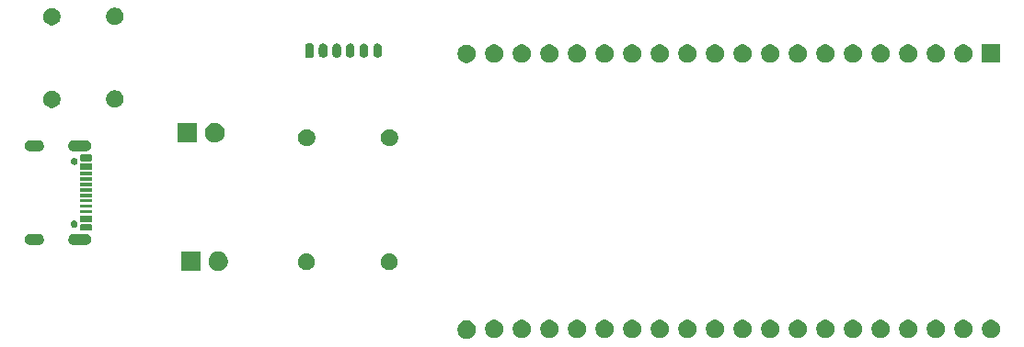
<source format=gbr>
%TF.GenerationSoftware,KiCad,Pcbnew,9.0.6-9.0.6~ubuntu24.04.1*%
%TF.CreationDate,2025-12-26T18:07:41+01:00*%
%TF.ProjectId,security-system,73656375-7269-4747-992d-73797374656d,0*%
%TF.SameCoordinates,Original*%
%TF.FileFunction,Soldermask,Top*%
%TF.FilePolarity,Negative*%
%FSLAX46Y46*%
G04 Gerber Fmt 4.6, Leading zero omitted, Abs format (unit mm)*
G04 Created by KiCad (PCBNEW 9.0.6-9.0.6~ubuntu24.04.1) date 2025-12-26 18:07:41*
%MOMM*%
%LPD*%
G01*
G04 APERTURE LIST*
G04 APERTURE END LIST*
G36*
X167916742Y-98436601D02*
G01*
X168070687Y-98500367D01*
X168209234Y-98592941D01*
X168327059Y-98710766D01*
X168419633Y-98849313D01*
X168483399Y-99003258D01*
X168515907Y-99166685D01*
X168515907Y-99333315D01*
X168483399Y-99496742D01*
X168419633Y-99650687D01*
X168327059Y-99789234D01*
X168209234Y-99907059D01*
X168070687Y-99999633D01*
X167916742Y-100063399D01*
X167753315Y-100095907D01*
X167586685Y-100095907D01*
X167423258Y-100063399D01*
X167269313Y-99999633D01*
X167130766Y-99907059D01*
X167012941Y-99789234D01*
X166920367Y-99650687D01*
X166856601Y-99496742D01*
X166824093Y-99333315D01*
X166824093Y-99166685D01*
X166856601Y-99003258D01*
X166920367Y-98849313D01*
X167012941Y-98710766D01*
X167130766Y-98592941D01*
X167269313Y-98500367D01*
X167423258Y-98436601D01*
X167586685Y-98404093D01*
X167753315Y-98404093D01*
X167916742Y-98436601D01*
G37*
G36*
X170456742Y-98386601D02*
G01*
X170610687Y-98450367D01*
X170749234Y-98542941D01*
X170867059Y-98660766D01*
X170959633Y-98799313D01*
X171023399Y-98953258D01*
X171055907Y-99116685D01*
X171055907Y-99283315D01*
X171023399Y-99446742D01*
X170959633Y-99600687D01*
X170867059Y-99739234D01*
X170749234Y-99857059D01*
X170610687Y-99949633D01*
X170456742Y-100013399D01*
X170293315Y-100045907D01*
X170126685Y-100045907D01*
X169963258Y-100013399D01*
X169809313Y-99949633D01*
X169670766Y-99857059D01*
X169552941Y-99739234D01*
X169460367Y-99600687D01*
X169396601Y-99446742D01*
X169364093Y-99283315D01*
X169364093Y-99116685D01*
X169396601Y-98953258D01*
X169460367Y-98799313D01*
X169552941Y-98660766D01*
X169670766Y-98542941D01*
X169809313Y-98450367D01*
X169963258Y-98386601D01*
X170126685Y-98354093D01*
X170293315Y-98354093D01*
X170456742Y-98386601D01*
G37*
G36*
X172996742Y-98386601D02*
G01*
X173150687Y-98450367D01*
X173289234Y-98542941D01*
X173407059Y-98660766D01*
X173499633Y-98799313D01*
X173563399Y-98953258D01*
X173595907Y-99116685D01*
X173595907Y-99283315D01*
X173563399Y-99446742D01*
X173499633Y-99600687D01*
X173407059Y-99739234D01*
X173289234Y-99857059D01*
X173150687Y-99949633D01*
X172996742Y-100013399D01*
X172833315Y-100045907D01*
X172666685Y-100045907D01*
X172503258Y-100013399D01*
X172349313Y-99949633D01*
X172210766Y-99857059D01*
X172092941Y-99739234D01*
X172000367Y-99600687D01*
X171936601Y-99446742D01*
X171904093Y-99283315D01*
X171904093Y-99116685D01*
X171936601Y-98953258D01*
X172000367Y-98799313D01*
X172092941Y-98660766D01*
X172210766Y-98542941D01*
X172349313Y-98450367D01*
X172503258Y-98386601D01*
X172666685Y-98354093D01*
X172833315Y-98354093D01*
X172996742Y-98386601D01*
G37*
G36*
X175536742Y-98386601D02*
G01*
X175690687Y-98450367D01*
X175829234Y-98542941D01*
X175947059Y-98660766D01*
X176039633Y-98799313D01*
X176103399Y-98953258D01*
X176135907Y-99116685D01*
X176135907Y-99283315D01*
X176103399Y-99446742D01*
X176039633Y-99600687D01*
X175947059Y-99739234D01*
X175829234Y-99857059D01*
X175690687Y-99949633D01*
X175536742Y-100013399D01*
X175373315Y-100045907D01*
X175206685Y-100045907D01*
X175043258Y-100013399D01*
X174889313Y-99949633D01*
X174750766Y-99857059D01*
X174632941Y-99739234D01*
X174540367Y-99600687D01*
X174476601Y-99446742D01*
X174444093Y-99283315D01*
X174444093Y-99116685D01*
X174476601Y-98953258D01*
X174540367Y-98799313D01*
X174632941Y-98660766D01*
X174750766Y-98542941D01*
X174889313Y-98450367D01*
X175043258Y-98386601D01*
X175206685Y-98354093D01*
X175373315Y-98354093D01*
X175536742Y-98386601D01*
G37*
G36*
X178076742Y-98386601D02*
G01*
X178230687Y-98450367D01*
X178369234Y-98542941D01*
X178487059Y-98660766D01*
X178579633Y-98799313D01*
X178643399Y-98953258D01*
X178675907Y-99116685D01*
X178675907Y-99283315D01*
X178643399Y-99446742D01*
X178579633Y-99600687D01*
X178487059Y-99739234D01*
X178369234Y-99857059D01*
X178230687Y-99949633D01*
X178076742Y-100013399D01*
X177913315Y-100045907D01*
X177746685Y-100045907D01*
X177583258Y-100013399D01*
X177429313Y-99949633D01*
X177290766Y-99857059D01*
X177172941Y-99739234D01*
X177080367Y-99600687D01*
X177016601Y-99446742D01*
X176984093Y-99283315D01*
X176984093Y-99116685D01*
X177016601Y-98953258D01*
X177080367Y-98799313D01*
X177172941Y-98660766D01*
X177290766Y-98542941D01*
X177429313Y-98450367D01*
X177583258Y-98386601D01*
X177746685Y-98354093D01*
X177913315Y-98354093D01*
X178076742Y-98386601D01*
G37*
G36*
X180616742Y-98386601D02*
G01*
X180770687Y-98450367D01*
X180909234Y-98542941D01*
X181027059Y-98660766D01*
X181119633Y-98799313D01*
X181183399Y-98953258D01*
X181215907Y-99116685D01*
X181215907Y-99283315D01*
X181183399Y-99446742D01*
X181119633Y-99600687D01*
X181027059Y-99739234D01*
X180909234Y-99857059D01*
X180770687Y-99949633D01*
X180616742Y-100013399D01*
X180453315Y-100045907D01*
X180286685Y-100045907D01*
X180123258Y-100013399D01*
X179969313Y-99949633D01*
X179830766Y-99857059D01*
X179712941Y-99739234D01*
X179620367Y-99600687D01*
X179556601Y-99446742D01*
X179524093Y-99283315D01*
X179524093Y-99116685D01*
X179556601Y-98953258D01*
X179620367Y-98799313D01*
X179712941Y-98660766D01*
X179830766Y-98542941D01*
X179969313Y-98450367D01*
X180123258Y-98386601D01*
X180286685Y-98354093D01*
X180453315Y-98354093D01*
X180616742Y-98386601D01*
G37*
G36*
X183156742Y-98386601D02*
G01*
X183310687Y-98450367D01*
X183449234Y-98542941D01*
X183567059Y-98660766D01*
X183659633Y-98799313D01*
X183723399Y-98953258D01*
X183755907Y-99116685D01*
X183755907Y-99283315D01*
X183723399Y-99446742D01*
X183659633Y-99600687D01*
X183567059Y-99739234D01*
X183449234Y-99857059D01*
X183310687Y-99949633D01*
X183156742Y-100013399D01*
X182993315Y-100045907D01*
X182826685Y-100045907D01*
X182663258Y-100013399D01*
X182509313Y-99949633D01*
X182370766Y-99857059D01*
X182252941Y-99739234D01*
X182160367Y-99600687D01*
X182096601Y-99446742D01*
X182064093Y-99283315D01*
X182064093Y-99116685D01*
X182096601Y-98953258D01*
X182160367Y-98799313D01*
X182252941Y-98660766D01*
X182370766Y-98542941D01*
X182509313Y-98450367D01*
X182663258Y-98386601D01*
X182826685Y-98354093D01*
X182993315Y-98354093D01*
X183156742Y-98386601D01*
G37*
G36*
X185696742Y-98386601D02*
G01*
X185850687Y-98450367D01*
X185989234Y-98542941D01*
X186107059Y-98660766D01*
X186199633Y-98799313D01*
X186263399Y-98953258D01*
X186295907Y-99116685D01*
X186295907Y-99283315D01*
X186263399Y-99446742D01*
X186199633Y-99600687D01*
X186107059Y-99739234D01*
X185989234Y-99857059D01*
X185850687Y-99949633D01*
X185696742Y-100013399D01*
X185533315Y-100045907D01*
X185366685Y-100045907D01*
X185203258Y-100013399D01*
X185049313Y-99949633D01*
X184910766Y-99857059D01*
X184792941Y-99739234D01*
X184700367Y-99600687D01*
X184636601Y-99446742D01*
X184604093Y-99283315D01*
X184604093Y-99116685D01*
X184636601Y-98953258D01*
X184700367Y-98799313D01*
X184792941Y-98660766D01*
X184910766Y-98542941D01*
X185049313Y-98450367D01*
X185203258Y-98386601D01*
X185366685Y-98354093D01*
X185533315Y-98354093D01*
X185696742Y-98386601D01*
G37*
G36*
X188236742Y-98386601D02*
G01*
X188390687Y-98450367D01*
X188529234Y-98542941D01*
X188647059Y-98660766D01*
X188739633Y-98799313D01*
X188803399Y-98953258D01*
X188835907Y-99116685D01*
X188835907Y-99283315D01*
X188803399Y-99446742D01*
X188739633Y-99600687D01*
X188647059Y-99739234D01*
X188529234Y-99857059D01*
X188390687Y-99949633D01*
X188236742Y-100013399D01*
X188073315Y-100045907D01*
X187906685Y-100045907D01*
X187743258Y-100013399D01*
X187589313Y-99949633D01*
X187450766Y-99857059D01*
X187332941Y-99739234D01*
X187240367Y-99600687D01*
X187176601Y-99446742D01*
X187144093Y-99283315D01*
X187144093Y-99116685D01*
X187176601Y-98953258D01*
X187240367Y-98799313D01*
X187332941Y-98660766D01*
X187450766Y-98542941D01*
X187589313Y-98450367D01*
X187743258Y-98386601D01*
X187906685Y-98354093D01*
X188073315Y-98354093D01*
X188236742Y-98386601D01*
G37*
G36*
X190776742Y-98386601D02*
G01*
X190930687Y-98450367D01*
X191069234Y-98542941D01*
X191187059Y-98660766D01*
X191279633Y-98799313D01*
X191343399Y-98953258D01*
X191375907Y-99116685D01*
X191375907Y-99283315D01*
X191343399Y-99446742D01*
X191279633Y-99600687D01*
X191187059Y-99739234D01*
X191069234Y-99857059D01*
X190930687Y-99949633D01*
X190776742Y-100013399D01*
X190613315Y-100045907D01*
X190446685Y-100045907D01*
X190283258Y-100013399D01*
X190129313Y-99949633D01*
X189990766Y-99857059D01*
X189872941Y-99739234D01*
X189780367Y-99600687D01*
X189716601Y-99446742D01*
X189684093Y-99283315D01*
X189684093Y-99116685D01*
X189716601Y-98953258D01*
X189780367Y-98799313D01*
X189872941Y-98660766D01*
X189990766Y-98542941D01*
X190129313Y-98450367D01*
X190283258Y-98386601D01*
X190446685Y-98354093D01*
X190613315Y-98354093D01*
X190776742Y-98386601D01*
G37*
G36*
X193316742Y-98386601D02*
G01*
X193470687Y-98450367D01*
X193609234Y-98542941D01*
X193727059Y-98660766D01*
X193819633Y-98799313D01*
X193883399Y-98953258D01*
X193915907Y-99116685D01*
X193915907Y-99283315D01*
X193883399Y-99446742D01*
X193819633Y-99600687D01*
X193727059Y-99739234D01*
X193609234Y-99857059D01*
X193470687Y-99949633D01*
X193316742Y-100013399D01*
X193153315Y-100045907D01*
X192986685Y-100045907D01*
X192823258Y-100013399D01*
X192669313Y-99949633D01*
X192530766Y-99857059D01*
X192412941Y-99739234D01*
X192320367Y-99600687D01*
X192256601Y-99446742D01*
X192224093Y-99283315D01*
X192224093Y-99116685D01*
X192256601Y-98953258D01*
X192320367Y-98799313D01*
X192412941Y-98660766D01*
X192530766Y-98542941D01*
X192669313Y-98450367D01*
X192823258Y-98386601D01*
X192986685Y-98354093D01*
X193153315Y-98354093D01*
X193316742Y-98386601D01*
G37*
G36*
X195856742Y-98386601D02*
G01*
X196010687Y-98450367D01*
X196149234Y-98542941D01*
X196267059Y-98660766D01*
X196359633Y-98799313D01*
X196423399Y-98953258D01*
X196455907Y-99116685D01*
X196455907Y-99283315D01*
X196423399Y-99446742D01*
X196359633Y-99600687D01*
X196267059Y-99739234D01*
X196149234Y-99857059D01*
X196010687Y-99949633D01*
X195856742Y-100013399D01*
X195693315Y-100045907D01*
X195526685Y-100045907D01*
X195363258Y-100013399D01*
X195209313Y-99949633D01*
X195070766Y-99857059D01*
X194952941Y-99739234D01*
X194860367Y-99600687D01*
X194796601Y-99446742D01*
X194764093Y-99283315D01*
X194764093Y-99116685D01*
X194796601Y-98953258D01*
X194860367Y-98799313D01*
X194952941Y-98660766D01*
X195070766Y-98542941D01*
X195209313Y-98450367D01*
X195363258Y-98386601D01*
X195526685Y-98354093D01*
X195693315Y-98354093D01*
X195856742Y-98386601D01*
G37*
G36*
X198396742Y-98386601D02*
G01*
X198550687Y-98450367D01*
X198689234Y-98542941D01*
X198807059Y-98660766D01*
X198899633Y-98799313D01*
X198963399Y-98953258D01*
X198995907Y-99116685D01*
X198995907Y-99283315D01*
X198963399Y-99446742D01*
X198899633Y-99600687D01*
X198807059Y-99739234D01*
X198689234Y-99857059D01*
X198550687Y-99949633D01*
X198396742Y-100013399D01*
X198233315Y-100045907D01*
X198066685Y-100045907D01*
X197903258Y-100013399D01*
X197749313Y-99949633D01*
X197610766Y-99857059D01*
X197492941Y-99739234D01*
X197400367Y-99600687D01*
X197336601Y-99446742D01*
X197304093Y-99283315D01*
X197304093Y-99116685D01*
X197336601Y-98953258D01*
X197400367Y-98799313D01*
X197492941Y-98660766D01*
X197610766Y-98542941D01*
X197749313Y-98450367D01*
X197903258Y-98386601D01*
X198066685Y-98354093D01*
X198233315Y-98354093D01*
X198396742Y-98386601D01*
G37*
G36*
X200936742Y-98386601D02*
G01*
X201090687Y-98450367D01*
X201229234Y-98542941D01*
X201347059Y-98660766D01*
X201439633Y-98799313D01*
X201503399Y-98953258D01*
X201535907Y-99116685D01*
X201535907Y-99283315D01*
X201503399Y-99446742D01*
X201439633Y-99600687D01*
X201347059Y-99739234D01*
X201229234Y-99857059D01*
X201090687Y-99949633D01*
X200936742Y-100013399D01*
X200773315Y-100045907D01*
X200606685Y-100045907D01*
X200443258Y-100013399D01*
X200289313Y-99949633D01*
X200150766Y-99857059D01*
X200032941Y-99739234D01*
X199940367Y-99600687D01*
X199876601Y-99446742D01*
X199844093Y-99283315D01*
X199844093Y-99116685D01*
X199876601Y-98953258D01*
X199940367Y-98799313D01*
X200032941Y-98660766D01*
X200150766Y-98542941D01*
X200289313Y-98450367D01*
X200443258Y-98386601D01*
X200606685Y-98354093D01*
X200773315Y-98354093D01*
X200936742Y-98386601D01*
G37*
G36*
X203476742Y-98386601D02*
G01*
X203630687Y-98450367D01*
X203769234Y-98542941D01*
X203887059Y-98660766D01*
X203979633Y-98799313D01*
X204043399Y-98953258D01*
X204075907Y-99116685D01*
X204075907Y-99283315D01*
X204043399Y-99446742D01*
X203979633Y-99600687D01*
X203887059Y-99739234D01*
X203769234Y-99857059D01*
X203630687Y-99949633D01*
X203476742Y-100013399D01*
X203313315Y-100045907D01*
X203146685Y-100045907D01*
X202983258Y-100013399D01*
X202829313Y-99949633D01*
X202690766Y-99857059D01*
X202572941Y-99739234D01*
X202480367Y-99600687D01*
X202416601Y-99446742D01*
X202384093Y-99283315D01*
X202384093Y-99116685D01*
X202416601Y-98953258D01*
X202480367Y-98799313D01*
X202572941Y-98660766D01*
X202690766Y-98542941D01*
X202829313Y-98450367D01*
X202983258Y-98386601D01*
X203146685Y-98354093D01*
X203313315Y-98354093D01*
X203476742Y-98386601D01*
G37*
G36*
X206016742Y-98386601D02*
G01*
X206170687Y-98450367D01*
X206309234Y-98542941D01*
X206427059Y-98660766D01*
X206519633Y-98799313D01*
X206583399Y-98953258D01*
X206615907Y-99116685D01*
X206615907Y-99283315D01*
X206583399Y-99446742D01*
X206519633Y-99600687D01*
X206427059Y-99739234D01*
X206309234Y-99857059D01*
X206170687Y-99949633D01*
X206016742Y-100013399D01*
X205853315Y-100045907D01*
X205686685Y-100045907D01*
X205523258Y-100013399D01*
X205369313Y-99949633D01*
X205230766Y-99857059D01*
X205112941Y-99739234D01*
X205020367Y-99600687D01*
X204956601Y-99446742D01*
X204924093Y-99283315D01*
X204924093Y-99116685D01*
X204956601Y-98953258D01*
X205020367Y-98799313D01*
X205112941Y-98660766D01*
X205230766Y-98542941D01*
X205369313Y-98450367D01*
X205523258Y-98386601D01*
X205686685Y-98354093D01*
X205853315Y-98354093D01*
X206016742Y-98386601D01*
G37*
G36*
X208556742Y-98386601D02*
G01*
X208710687Y-98450367D01*
X208849234Y-98542941D01*
X208967059Y-98660766D01*
X209059633Y-98799313D01*
X209123399Y-98953258D01*
X209155907Y-99116685D01*
X209155907Y-99283315D01*
X209123399Y-99446742D01*
X209059633Y-99600687D01*
X208967059Y-99739234D01*
X208849234Y-99857059D01*
X208710687Y-99949633D01*
X208556742Y-100013399D01*
X208393315Y-100045907D01*
X208226685Y-100045907D01*
X208063258Y-100013399D01*
X207909313Y-99949633D01*
X207770766Y-99857059D01*
X207652941Y-99739234D01*
X207560367Y-99600687D01*
X207496601Y-99446742D01*
X207464093Y-99283315D01*
X207464093Y-99116685D01*
X207496601Y-98953258D01*
X207560367Y-98799313D01*
X207652941Y-98660766D01*
X207770766Y-98542941D01*
X207909313Y-98450367D01*
X208063258Y-98386601D01*
X208226685Y-98354093D01*
X208393315Y-98354093D01*
X208556742Y-98386601D01*
G37*
G36*
X211096742Y-98386601D02*
G01*
X211250687Y-98450367D01*
X211389234Y-98542941D01*
X211507059Y-98660766D01*
X211599633Y-98799313D01*
X211663399Y-98953258D01*
X211695907Y-99116685D01*
X211695907Y-99283315D01*
X211663399Y-99446742D01*
X211599633Y-99600687D01*
X211507059Y-99739234D01*
X211389234Y-99857059D01*
X211250687Y-99949633D01*
X211096742Y-100013399D01*
X210933315Y-100045907D01*
X210766685Y-100045907D01*
X210603258Y-100013399D01*
X210449313Y-99949633D01*
X210310766Y-99857059D01*
X210192941Y-99739234D01*
X210100367Y-99600687D01*
X210036601Y-99446742D01*
X210004093Y-99283315D01*
X210004093Y-99116685D01*
X210036601Y-98953258D01*
X210100367Y-98799313D01*
X210192941Y-98660766D01*
X210310766Y-98542941D01*
X210449313Y-98450367D01*
X210603258Y-98386601D01*
X210766685Y-98354093D01*
X210933315Y-98354093D01*
X211096742Y-98386601D01*
G37*
G36*
X213636742Y-98386601D02*
G01*
X213790687Y-98450367D01*
X213929234Y-98542941D01*
X214047059Y-98660766D01*
X214139633Y-98799313D01*
X214203399Y-98953258D01*
X214235907Y-99116685D01*
X214235907Y-99283315D01*
X214203399Y-99446742D01*
X214139633Y-99600687D01*
X214047059Y-99739234D01*
X213929234Y-99857059D01*
X213790687Y-99949633D01*
X213636742Y-100013399D01*
X213473315Y-100045907D01*
X213306685Y-100045907D01*
X213143258Y-100013399D01*
X212989313Y-99949633D01*
X212850766Y-99857059D01*
X212732941Y-99739234D01*
X212640367Y-99600687D01*
X212576601Y-99446742D01*
X212544093Y-99283315D01*
X212544093Y-99116685D01*
X212576601Y-98953258D01*
X212640367Y-98799313D01*
X212732941Y-98660766D01*
X212850766Y-98542941D01*
X212989313Y-98450367D01*
X213143258Y-98386601D01*
X213306685Y-98354093D01*
X213473315Y-98354093D01*
X213636742Y-98386601D01*
G37*
G36*
X216176742Y-98386601D02*
G01*
X216330687Y-98450367D01*
X216469234Y-98542941D01*
X216587059Y-98660766D01*
X216679633Y-98799313D01*
X216743399Y-98953258D01*
X216775907Y-99116685D01*
X216775907Y-99283315D01*
X216743399Y-99446742D01*
X216679633Y-99600687D01*
X216587059Y-99739234D01*
X216469234Y-99857059D01*
X216330687Y-99949633D01*
X216176742Y-100013399D01*
X216013315Y-100045907D01*
X215846685Y-100045907D01*
X215683258Y-100013399D01*
X215529313Y-99949633D01*
X215390766Y-99857059D01*
X215272941Y-99739234D01*
X215180367Y-99600687D01*
X215116601Y-99446742D01*
X215084093Y-99283315D01*
X215084093Y-99116685D01*
X215116601Y-98953258D01*
X215180367Y-98799313D01*
X215272941Y-98660766D01*
X215390766Y-98542941D01*
X215529313Y-98450367D01*
X215683258Y-98386601D01*
X215846685Y-98354093D01*
X216013315Y-98354093D01*
X216176742Y-98386601D01*
G37*
G36*
X143175000Y-93850000D02*
G01*
X141375000Y-93850000D01*
X141375000Y-92050000D01*
X143175000Y-92050000D01*
X143175000Y-93850000D01*
G37*
G36*
X145076256Y-92088754D02*
G01*
X145239257Y-92156271D01*
X145385954Y-92254291D01*
X145510709Y-92379046D01*
X145608729Y-92525743D01*
X145676246Y-92688744D01*
X145710666Y-92861785D01*
X145710666Y-93038215D01*
X145676246Y-93211256D01*
X145608729Y-93374257D01*
X145510709Y-93520954D01*
X145385954Y-93645709D01*
X145239257Y-93743729D01*
X145076256Y-93811246D01*
X144903215Y-93845666D01*
X144726785Y-93845666D01*
X144553744Y-93811246D01*
X144390743Y-93743729D01*
X144244046Y-93645709D01*
X144119291Y-93520954D01*
X144021271Y-93374257D01*
X143953754Y-93211256D01*
X143919334Y-93038215D01*
X143919334Y-92861785D01*
X143953754Y-92688744D01*
X144021271Y-92525743D01*
X144119291Y-92379046D01*
X144244046Y-92254291D01*
X144390743Y-92156271D01*
X144553744Y-92088754D01*
X144726785Y-92054334D01*
X144903215Y-92054334D01*
X145076256Y-92088754D01*
G37*
G36*
X153162228Y-92224448D02*
G01*
X153307117Y-92284463D01*
X153437515Y-92371592D01*
X153548408Y-92482485D01*
X153635537Y-92612883D01*
X153695552Y-92757772D01*
X153726148Y-92911586D01*
X153726148Y-93068414D01*
X153695552Y-93222228D01*
X153635537Y-93367117D01*
X153548408Y-93497515D01*
X153437515Y-93608408D01*
X153307117Y-93695537D01*
X153162228Y-93755552D01*
X153008414Y-93786148D01*
X152851586Y-93786148D01*
X152697772Y-93755552D01*
X152552883Y-93695537D01*
X152422485Y-93608408D01*
X152311592Y-93497515D01*
X152224463Y-93367117D01*
X152164448Y-93222228D01*
X152133852Y-93068414D01*
X152133852Y-92911586D01*
X152164448Y-92757772D01*
X152224463Y-92612883D01*
X152311592Y-92482485D01*
X152422485Y-92371592D01*
X152552883Y-92284463D01*
X152697772Y-92224448D01*
X152851586Y-92193852D01*
X153008414Y-92193852D01*
X153162228Y-92224448D01*
G37*
G36*
X160782228Y-92224448D02*
G01*
X160927117Y-92284463D01*
X161057515Y-92371592D01*
X161168408Y-92482485D01*
X161255537Y-92612883D01*
X161315552Y-92757772D01*
X161346148Y-92911586D01*
X161346148Y-93068414D01*
X161315552Y-93222228D01*
X161255537Y-93367117D01*
X161168408Y-93497515D01*
X161057515Y-93608408D01*
X160927117Y-93695537D01*
X160782228Y-93755552D01*
X160628414Y-93786148D01*
X160471586Y-93786148D01*
X160317772Y-93755552D01*
X160172883Y-93695537D01*
X160042485Y-93608408D01*
X159931592Y-93497515D01*
X159844463Y-93367117D01*
X159784448Y-93222228D01*
X159753852Y-93068414D01*
X159753852Y-92911586D01*
X159784448Y-92757772D01*
X159844463Y-92612883D01*
X159931592Y-92482485D01*
X160042485Y-92371592D01*
X160172883Y-92284463D01*
X160317772Y-92224448D01*
X160471586Y-92193852D01*
X160628414Y-92193852D01*
X160782228Y-92224448D01*
G37*
G36*
X128390195Y-90451889D02*
G01*
X128472993Y-90474074D01*
X128587005Y-90539899D01*
X128680100Y-90632994D01*
X128745925Y-90747006D01*
X128745925Y-90747007D01*
X128780000Y-90874174D01*
X128780000Y-91005826D01*
X128745925Y-91132993D01*
X128680099Y-91247007D01*
X128587007Y-91340099D01*
X128472993Y-91405925D01*
X128345826Y-91440000D01*
X128345824Y-91440000D01*
X127414176Y-91440000D01*
X127414174Y-91440000D01*
X127329396Y-91417283D01*
X127287006Y-91405925D01*
X127172994Y-91340100D01*
X127079899Y-91247005D01*
X127014074Y-91132993D01*
X126991889Y-91050195D01*
X126980000Y-91005826D01*
X126980000Y-90874174D01*
X126985944Y-90851989D01*
X127014074Y-90747006D01*
X127079899Y-90632994D01*
X127172994Y-90539899D01*
X127287006Y-90474074D01*
X127376395Y-90450123D01*
X127414174Y-90440000D01*
X128345826Y-90440000D01*
X128390195Y-90451889D01*
G37*
G36*
X132720195Y-90451889D02*
G01*
X132802993Y-90474074D01*
X132917005Y-90539899D01*
X133010100Y-90632994D01*
X133075925Y-90747006D01*
X133075925Y-90747007D01*
X133110000Y-90874174D01*
X133110000Y-91005826D01*
X133075925Y-91132993D01*
X133010099Y-91247007D01*
X132917007Y-91340099D01*
X132802993Y-91405925D01*
X132675826Y-91440000D01*
X132675824Y-91440000D01*
X131444176Y-91440000D01*
X131444174Y-91440000D01*
X131359396Y-91417283D01*
X131317006Y-91405925D01*
X131202994Y-91340100D01*
X131109899Y-91247005D01*
X131044074Y-91132993D01*
X131021889Y-91050195D01*
X131010000Y-91005826D01*
X131010000Y-90874174D01*
X131015944Y-90851989D01*
X131044074Y-90747006D01*
X131109899Y-90632994D01*
X131202994Y-90539899D01*
X131317006Y-90474074D01*
X131406395Y-90450123D01*
X131444174Y-90440000D01*
X132675826Y-90440000D01*
X132720195Y-90451889D01*
G37*
G36*
X133118528Y-89528702D02*
G01*
X133168144Y-89561855D01*
X133201297Y-89611471D01*
X133210000Y-89655225D01*
X133210000Y-89984774D01*
X133201297Y-90028528D01*
X133168144Y-90078144D01*
X133118528Y-90111297D01*
X133074775Y-90120000D01*
X132195225Y-90120000D01*
X132151471Y-90111297D01*
X132101855Y-90078144D01*
X132068702Y-90028528D01*
X132060000Y-89984774D01*
X132060000Y-89655225D01*
X132068702Y-89611471D01*
X132101855Y-89561855D01*
X132151471Y-89528702D01*
X132195225Y-89520000D01*
X133074775Y-89520000D01*
X133118528Y-89528702D01*
G37*
G36*
X131627342Y-89191580D02*
G01*
X131685446Y-89207148D01*
X131759553Y-89249934D01*
X131820065Y-89310446D01*
X131862851Y-89384553D01*
X131877617Y-89439660D01*
X131885000Y-89467213D01*
X131885000Y-89552787D01*
X131870234Y-89607892D01*
X131862851Y-89635446D01*
X131820065Y-89709553D01*
X131759553Y-89770065D01*
X131685446Y-89812851D01*
X131657892Y-89820234D01*
X131602787Y-89835000D01*
X131602785Y-89835000D01*
X131517215Y-89835000D01*
X131517213Y-89835000D01*
X131475884Y-89823925D01*
X131434553Y-89812851D01*
X131360446Y-89770065D01*
X131299934Y-89709553D01*
X131257148Y-89635446D01*
X131237430Y-89561855D01*
X131235000Y-89552787D01*
X131235000Y-89467213D01*
X131238290Y-89454935D01*
X131257148Y-89384553D01*
X131299934Y-89310446D01*
X131360446Y-89249934D01*
X131434553Y-89207148D01*
X131495832Y-89190728D01*
X131517213Y-89185000D01*
X131602787Y-89185000D01*
X131627342Y-89191580D01*
G37*
G36*
X133118528Y-88728702D02*
G01*
X133168144Y-88761855D01*
X133201297Y-88811471D01*
X133210000Y-88855225D01*
X133210000Y-89184774D01*
X133201297Y-89228528D01*
X133168144Y-89278144D01*
X133118528Y-89311297D01*
X133074775Y-89320000D01*
X132195225Y-89320000D01*
X132151471Y-89311297D01*
X132101855Y-89278144D01*
X132068702Y-89228528D01*
X132060000Y-89184774D01*
X132060000Y-88855225D01*
X132068702Y-88811471D01*
X132101855Y-88761855D01*
X132151471Y-88728702D01*
X132195225Y-88720000D01*
X133074775Y-88720000D01*
X133118528Y-88728702D01*
G37*
G36*
X133164263Y-88224351D02*
G01*
X133179134Y-88234288D01*
X133189072Y-88240928D01*
X133199008Y-88255799D01*
X133205648Y-88265736D01*
X133210000Y-88287612D01*
X133210000Y-88452384D01*
X133210000Y-88452385D01*
X133205648Y-88474263D01*
X133189072Y-88499072D01*
X133164263Y-88515648D01*
X133142387Y-88520000D01*
X132127615Y-88520000D01*
X132127613Y-88520000D01*
X132105736Y-88515648D01*
X132095799Y-88509008D01*
X132080928Y-88499072D01*
X132074288Y-88489134D01*
X132064351Y-88474263D01*
X132060000Y-88452387D01*
X132060000Y-88287612D01*
X132064351Y-88265736D01*
X132080928Y-88240928D01*
X132105736Y-88224351D01*
X132127613Y-88220000D01*
X133142387Y-88220000D01*
X133164263Y-88224351D01*
G37*
G36*
X133164263Y-87724351D02*
G01*
X133179134Y-87734288D01*
X133189072Y-87740928D01*
X133199008Y-87755799D01*
X133205648Y-87765736D01*
X133210000Y-87787612D01*
X133210000Y-87952384D01*
X133210000Y-87952385D01*
X133205648Y-87974263D01*
X133189072Y-87999072D01*
X133164263Y-88015648D01*
X133142387Y-88020000D01*
X132127615Y-88020000D01*
X132127613Y-88020000D01*
X132105736Y-88015648D01*
X132095799Y-88009008D01*
X132080928Y-87999072D01*
X132074288Y-87989134D01*
X132064351Y-87974263D01*
X132060000Y-87952387D01*
X132060000Y-87787612D01*
X132064351Y-87765736D01*
X132080928Y-87740928D01*
X132105736Y-87724351D01*
X132127613Y-87720000D01*
X133142387Y-87720000D01*
X133164263Y-87724351D01*
G37*
G36*
X133164263Y-87224351D02*
G01*
X133179134Y-87234288D01*
X133189072Y-87240928D01*
X133199008Y-87255799D01*
X133205648Y-87265736D01*
X133210000Y-87287612D01*
X133210000Y-87452384D01*
X133210000Y-87452385D01*
X133205648Y-87474263D01*
X133189072Y-87499072D01*
X133164263Y-87515648D01*
X133142387Y-87520000D01*
X132127615Y-87520000D01*
X132127613Y-87520000D01*
X132105736Y-87515648D01*
X132095799Y-87509008D01*
X132080928Y-87499072D01*
X132074288Y-87489134D01*
X132064351Y-87474263D01*
X132060000Y-87452387D01*
X132060000Y-87287612D01*
X132064351Y-87265736D01*
X132080928Y-87240928D01*
X132105736Y-87224351D01*
X132127613Y-87220000D01*
X133142387Y-87220000D01*
X133164263Y-87224351D01*
G37*
G36*
X133164263Y-86724351D02*
G01*
X133179134Y-86734288D01*
X133189072Y-86740928D01*
X133199008Y-86755799D01*
X133205648Y-86765736D01*
X133210000Y-86787612D01*
X133210000Y-86952384D01*
X133210000Y-86952385D01*
X133205648Y-86974263D01*
X133189072Y-86999072D01*
X133164263Y-87015648D01*
X133142387Y-87020000D01*
X132127615Y-87020000D01*
X132127613Y-87020000D01*
X132105736Y-87015648D01*
X132095799Y-87009008D01*
X132080928Y-86999072D01*
X132074288Y-86989134D01*
X132064351Y-86974263D01*
X132060000Y-86952387D01*
X132060000Y-86787612D01*
X132064351Y-86765736D01*
X132080928Y-86740928D01*
X132105736Y-86724351D01*
X132127613Y-86720000D01*
X133142387Y-86720000D01*
X133164263Y-86724351D01*
G37*
G36*
X133164263Y-86224351D02*
G01*
X133179134Y-86234288D01*
X133189072Y-86240928D01*
X133199008Y-86255799D01*
X133205648Y-86265736D01*
X133210000Y-86287612D01*
X133210000Y-86452384D01*
X133210000Y-86452385D01*
X133205648Y-86474263D01*
X133189072Y-86499072D01*
X133164263Y-86515648D01*
X133142387Y-86520000D01*
X132127615Y-86520000D01*
X132127613Y-86520000D01*
X132105736Y-86515648D01*
X132095799Y-86509008D01*
X132080928Y-86499072D01*
X132074288Y-86489134D01*
X132064351Y-86474263D01*
X132060000Y-86452387D01*
X132060000Y-86287612D01*
X132064351Y-86265736D01*
X132080928Y-86240928D01*
X132105736Y-86224351D01*
X132127613Y-86220000D01*
X133142387Y-86220000D01*
X133164263Y-86224351D01*
G37*
G36*
X133164263Y-85724351D02*
G01*
X133179134Y-85734288D01*
X133189072Y-85740928D01*
X133199008Y-85755799D01*
X133205648Y-85765736D01*
X133210000Y-85787612D01*
X133210000Y-85952384D01*
X133210000Y-85952385D01*
X133205648Y-85974263D01*
X133189072Y-85999072D01*
X133164263Y-86015648D01*
X133142387Y-86020000D01*
X132127615Y-86020000D01*
X132127613Y-86020000D01*
X132105736Y-86015648D01*
X132095799Y-86009008D01*
X132080928Y-85999072D01*
X132074288Y-85989134D01*
X132064351Y-85974263D01*
X132060000Y-85952387D01*
X132060000Y-85787612D01*
X132064351Y-85765736D01*
X132080928Y-85740928D01*
X132105736Y-85724351D01*
X132127613Y-85720000D01*
X133142387Y-85720000D01*
X133164263Y-85724351D01*
G37*
G36*
X133164263Y-85224351D02*
G01*
X133179134Y-85234288D01*
X133189072Y-85240928D01*
X133199008Y-85255799D01*
X133205648Y-85265736D01*
X133210000Y-85287612D01*
X133210000Y-85452384D01*
X133210000Y-85452385D01*
X133205648Y-85474263D01*
X133189072Y-85499072D01*
X133164263Y-85515648D01*
X133142387Y-85520000D01*
X132127615Y-85520000D01*
X132127613Y-85520000D01*
X132105736Y-85515648D01*
X132095799Y-85509008D01*
X132080928Y-85499072D01*
X132074288Y-85489134D01*
X132064351Y-85474263D01*
X132060000Y-85452387D01*
X132060000Y-85287612D01*
X132064351Y-85265736D01*
X132080928Y-85240928D01*
X132105736Y-85224351D01*
X132127613Y-85220000D01*
X133142387Y-85220000D01*
X133164263Y-85224351D01*
G37*
G36*
X133164263Y-84724351D02*
G01*
X133179134Y-84734288D01*
X133189072Y-84740928D01*
X133199008Y-84755799D01*
X133205648Y-84765736D01*
X133210000Y-84787612D01*
X133210000Y-84952384D01*
X133210000Y-84952385D01*
X133205648Y-84974263D01*
X133189072Y-84999072D01*
X133164263Y-85015648D01*
X133142387Y-85020000D01*
X132127615Y-85020000D01*
X132127613Y-85020000D01*
X132105736Y-85015648D01*
X132095799Y-85009008D01*
X132080928Y-84999072D01*
X132074288Y-84989134D01*
X132064351Y-84974263D01*
X132060000Y-84952387D01*
X132060000Y-84787612D01*
X132064351Y-84765736D01*
X132080928Y-84740928D01*
X132105736Y-84724351D01*
X132127613Y-84720000D01*
X133142387Y-84720000D01*
X133164263Y-84724351D01*
G37*
G36*
X133118528Y-83928702D02*
G01*
X133168144Y-83961855D01*
X133201297Y-84011471D01*
X133210000Y-84055225D01*
X133210000Y-84384774D01*
X133201297Y-84428528D01*
X133168144Y-84478144D01*
X133118528Y-84511297D01*
X133074775Y-84520000D01*
X132195225Y-84520000D01*
X132151471Y-84511297D01*
X132101855Y-84478144D01*
X132068702Y-84428528D01*
X132060000Y-84384774D01*
X132060000Y-84055225D01*
X132068702Y-84011471D01*
X132101855Y-83961855D01*
X132151471Y-83928702D01*
X132195225Y-83920000D01*
X133074775Y-83920000D01*
X133118528Y-83928702D01*
G37*
G36*
X131627342Y-83411580D02*
G01*
X131685446Y-83427148D01*
X131759553Y-83469934D01*
X131820065Y-83530446D01*
X131862851Y-83604553D01*
X131869275Y-83628527D01*
X131885000Y-83687213D01*
X131885000Y-83772787D01*
X131870234Y-83827892D01*
X131862851Y-83855446D01*
X131820065Y-83929553D01*
X131759553Y-83990065D01*
X131685446Y-84032851D01*
X131657892Y-84040234D01*
X131602787Y-84055000D01*
X131602785Y-84055000D01*
X131517215Y-84055000D01*
X131517213Y-84055000D01*
X131475884Y-84043925D01*
X131434553Y-84032851D01*
X131360446Y-83990065D01*
X131299934Y-83929553D01*
X131257148Y-83855446D01*
X131241580Y-83797342D01*
X131235000Y-83772787D01*
X131235000Y-83687213D01*
X131238290Y-83674935D01*
X131257148Y-83604553D01*
X131299934Y-83530446D01*
X131360446Y-83469934D01*
X131434553Y-83427148D01*
X131495832Y-83410728D01*
X131517213Y-83405000D01*
X131602787Y-83405000D01*
X131627342Y-83411580D01*
G37*
G36*
X133118528Y-83128702D02*
G01*
X133168144Y-83161855D01*
X133201297Y-83211471D01*
X133210000Y-83255225D01*
X133210000Y-83584774D01*
X133201297Y-83628528D01*
X133168144Y-83678144D01*
X133118528Y-83711297D01*
X133074775Y-83720000D01*
X132195225Y-83720000D01*
X132151471Y-83711297D01*
X132101855Y-83678144D01*
X132068702Y-83628528D01*
X132060000Y-83584774D01*
X132060000Y-83255225D01*
X132068702Y-83211471D01*
X132101855Y-83161855D01*
X132151471Y-83128702D01*
X132195225Y-83120000D01*
X133074775Y-83120000D01*
X133118528Y-83128702D01*
G37*
G36*
X128390195Y-81811889D02*
G01*
X128472993Y-81834074D01*
X128587005Y-81899899D01*
X128680100Y-81992994D01*
X128745925Y-82107006D01*
X128745925Y-82107007D01*
X128780000Y-82234174D01*
X128780000Y-82365826D01*
X128745925Y-82492993D01*
X128680099Y-82607007D01*
X128587007Y-82700099D01*
X128472993Y-82765925D01*
X128345826Y-82800000D01*
X128345824Y-82800000D01*
X127414176Y-82800000D01*
X127414174Y-82800000D01*
X127329396Y-82777283D01*
X127287006Y-82765925D01*
X127172994Y-82700100D01*
X127079899Y-82607005D01*
X127014074Y-82492993D01*
X126991889Y-82410195D01*
X126980000Y-82365826D01*
X126980000Y-82234174D01*
X126997682Y-82168185D01*
X127014074Y-82107006D01*
X127079899Y-81992994D01*
X127172994Y-81899899D01*
X127287006Y-81834074D01*
X127376395Y-81810123D01*
X127414174Y-81800000D01*
X128345826Y-81800000D01*
X128390195Y-81811889D01*
G37*
G36*
X132720195Y-81811889D02*
G01*
X132802993Y-81834074D01*
X132917005Y-81899899D01*
X133010100Y-81992994D01*
X133075925Y-82107006D01*
X133075925Y-82107007D01*
X133110000Y-82234174D01*
X133110000Y-82365826D01*
X133075925Y-82492993D01*
X133010099Y-82607007D01*
X132917007Y-82700099D01*
X132802993Y-82765925D01*
X132675826Y-82800000D01*
X132675824Y-82800000D01*
X131444176Y-82800000D01*
X131444174Y-82800000D01*
X131359396Y-82777283D01*
X131317006Y-82765925D01*
X131202994Y-82700100D01*
X131109899Y-82607005D01*
X131044074Y-82492993D01*
X131021889Y-82410195D01*
X131010000Y-82365826D01*
X131010000Y-82234174D01*
X131027682Y-82168185D01*
X131044074Y-82107006D01*
X131109899Y-81992994D01*
X131202994Y-81899899D01*
X131317006Y-81834074D01*
X131406395Y-81810123D01*
X131444174Y-81800000D01*
X132675826Y-81800000D01*
X132720195Y-81811889D01*
G37*
G36*
X153192228Y-80784448D02*
G01*
X153337117Y-80844463D01*
X153467515Y-80931592D01*
X153578408Y-81042485D01*
X153665537Y-81172883D01*
X153725552Y-81317772D01*
X153756148Y-81471586D01*
X153756148Y-81628414D01*
X153725552Y-81782228D01*
X153665537Y-81927117D01*
X153578408Y-82057515D01*
X153467515Y-82168408D01*
X153337117Y-82255537D01*
X153192228Y-82315552D01*
X153038414Y-82346148D01*
X152881586Y-82346148D01*
X152727772Y-82315552D01*
X152582883Y-82255537D01*
X152452485Y-82168408D01*
X152341592Y-82057515D01*
X152254463Y-81927117D01*
X152194448Y-81782228D01*
X152163852Y-81628414D01*
X152163852Y-81471586D01*
X152194448Y-81317772D01*
X152254463Y-81172883D01*
X152341592Y-81042485D01*
X152452485Y-80931592D01*
X152582883Y-80844463D01*
X152727772Y-80784448D01*
X152881586Y-80753852D01*
X153038414Y-80753852D01*
X153192228Y-80784448D01*
G37*
G36*
X160812228Y-80784448D02*
G01*
X160957117Y-80844463D01*
X161087515Y-80931592D01*
X161198408Y-81042485D01*
X161285537Y-81172883D01*
X161345552Y-81317772D01*
X161376148Y-81471586D01*
X161376148Y-81628414D01*
X161345552Y-81782228D01*
X161285537Y-81927117D01*
X161198408Y-82057515D01*
X161087515Y-82168408D01*
X160957117Y-82255537D01*
X160812228Y-82315552D01*
X160658414Y-82346148D01*
X160501586Y-82346148D01*
X160347772Y-82315552D01*
X160202883Y-82255537D01*
X160072485Y-82168408D01*
X159961592Y-82057515D01*
X159874463Y-81927117D01*
X159814448Y-81782228D01*
X159783852Y-81628414D01*
X159783852Y-81471586D01*
X159814448Y-81317772D01*
X159874463Y-81172883D01*
X159961592Y-81042485D01*
X160072485Y-80931592D01*
X160202883Y-80844463D01*
X160347772Y-80784448D01*
X160501586Y-80753852D01*
X160658414Y-80753852D01*
X160812228Y-80784448D01*
G37*
G36*
X142855000Y-81990000D02*
G01*
X141055000Y-81990000D01*
X141055000Y-80190000D01*
X142855000Y-80190000D01*
X142855000Y-81990000D01*
G37*
G36*
X144756256Y-80228754D02*
G01*
X144919257Y-80296271D01*
X145065954Y-80394291D01*
X145190709Y-80519046D01*
X145288729Y-80665743D01*
X145356246Y-80828744D01*
X145390666Y-81001785D01*
X145390666Y-81178215D01*
X145356246Y-81351256D01*
X145288729Y-81514257D01*
X145190709Y-81660954D01*
X145065954Y-81785709D01*
X144919257Y-81883729D01*
X144756256Y-81951246D01*
X144583215Y-81985666D01*
X144406785Y-81985666D01*
X144233744Y-81951246D01*
X144070743Y-81883729D01*
X143924046Y-81785709D01*
X143799291Y-81660954D01*
X143701271Y-81514257D01*
X143633754Y-81351256D01*
X143599334Y-81178215D01*
X143599334Y-81001785D01*
X143633754Y-80828744D01*
X143701271Y-80665743D01*
X143799291Y-80519046D01*
X143924046Y-80394291D01*
X144070743Y-80296271D01*
X144233744Y-80228754D01*
X144406785Y-80194334D01*
X144583215Y-80194334D01*
X144756256Y-80228754D01*
G37*
G36*
X129732228Y-77244448D02*
G01*
X129877117Y-77304463D01*
X130007515Y-77391592D01*
X130118408Y-77502485D01*
X130205537Y-77632883D01*
X130265552Y-77777772D01*
X130296148Y-77931586D01*
X130296148Y-78088414D01*
X130265552Y-78242228D01*
X130205537Y-78387117D01*
X130118408Y-78517515D01*
X130007515Y-78628408D01*
X129877117Y-78715537D01*
X129732228Y-78775552D01*
X129578414Y-78806148D01*
X129421586Y-78806148D01*
X129267772Y-78775552D01*
X129122883Y-78715537D01*
X128992485Y-78628408D01*
X128881592Y-78517515D01*
X128794463Y-78387117D01*
X128734448Y-78242228D01*
X128703852Y-78088414D01*
X128703852Y-77931586D01*
X128734448Y-77777772D01*
X128794463Y-77632883D01*
X128881592Y-77502485D01*
X128992485Y-77391592D01*
X129122883Y-77304463D01*
X129267772Y-77244448D01*
X129421586Y-77213852D01*
X129578414Y-77213852D01*
X129732228Y-77244448D01*
G37*
G36*
X135522228Y-77214448D02*
G01*
X135667117Y-77274463D01*
X135797515Y-77361592D01*
X135908408Y-77472485D01*
X135995537Y-77602883D01*
X136055552Y-77747772D01*
X136086148Y-77901586D01*
X136086148Y-78058414D01*
X136055552Y-78212228D01*
X135995537Y-78357117D01*
X135908408Y-78487515D01*
X135797515Y-78598408D01*
X135667117Y-78685537D01*
X135522228Y-78745552D01*
X135368414Y-78776148D01*
X135211586Y-78776148D01*
X135057772Y-78745552D01*
X134912883Y-78685537D01*
X134782485Y-78598408D01*
X134671592Y-78487515D01*
X134584463Y-78357117D01*
X134524448Y-78212228D01*
X134493852Y-78058414D01*
X134493852Y-77901586D01*
X134524448Y-77747772D01*
X134584463Y-77602883D01*
X134671592Y-77472485D01*
X134782485Y-77361592D01*
X134912883Y-77274463D01*
X135057772Y-77214448D01*
X135211586Y-77183852D01*
X135368414Y-77183852D01*
X135522228Y-77214448D01*
G37*
G36*
X167916742Y-72996601D02*
G01*
X168070687Y-73060367D01*
X168209234Y-73152941D01*
X168327059Y-73270766D01*
X168419633Y-73409313D01*
X168483399Y-73563258D01*
X168515907Y-73726685D01*
X168515907Y-73893315D01*
X168483399Y-74056742D01*
X168419633Y-74210687D01*
X168327059Y-74349234D01*
X168209234Y-74467059D01*
X168070687Y-74559633D01*
X167916742Y-74623399D01*
X167753315Y-74655907D01*
X167586685Y-74655907D01*
X167423258Y-74623399D01*
X167269313Y-74559633D01*
X167130766Y-74467059D01*
X167012941Y-74349234D01*
X166920367Y-74210687D01*
X166856601Y-74056742D01*
X166824093Y-73893315D01*
X166824093Y-73726685D01*
X166856601Y-73563258D01*
X166920367Y-73409313D01*
X167012941Y-73270766D01*
X167130766Y-73152941D01*
X167269313Y-73060367D01*
X167423258Y-72996601D01*
X167586685Y-72964093D01*
X167753315Y-72964093D01*
X167916742Y-72996601D01*
G37*
G36*
X216780000Y-74650000D02*
G01*
X215080000Y-74650000D01*
X215080000Y-72950000D01*
X216780000Y-72950000D01*
X216780000Y-74650000D01*
G37*
G36*
X170456742Y-72986601D02*
G01*
X170610687Y-73050367D01*
X170749234Y-73142941D01*
X170867059Y-73260766D01*
X170959633Y-73399313D01*
X171023399Y-73553258D01*
X171055907Y-73716685D01*
X171055907Y-73883315D01*
X171023399Y-74046742D01*
X170959633Y-74200687D01*
X170867059Y-74339234D01*
X170749234Y-74457059D01*
X170610687Y-74549633D01*
X170456742Y-74613399D01*
X170293315Y-74645907D01*
X170126685Y-74645907D01*
X169963258Y-74613399D01*
X169809313Y-74549633D01*
X169670766Y-74457059D01*
X169552941Y-74339234D01*
X169460367Y-74200687D01*
X169396601Y-74046742D01*
X169364093Y-73883315D01*
X169364093Y-73716685D01*
X169396601Y-73553258D01*
X169460367Y-73399313D01*
X169552941Y-73260766D01*
X169670766Y-73142941D01*
X169809313Y-73050367D01*
X169963258Y-72986601D01*
X170126685Y-72954093D01*
X170293315Y-72954093D01*
X170456742Y-72986601D01*
G37*
G36*
X172996742Y-72986601D02*
G01*
X173150687Y-73050367D01*
X173289234Y-73142941D01*
X173407059Y-73260766D01*
X173499633Y-73399313D01*
X173563399Y-73553258D01*
X173595907Y-73716685D01*
X173595907Y-73883315D01*
X173563399Y-74046742D01*
X173499633Y-74200687D01*
X173407059Y-74339234D01*
X173289234Y-74457059D01*
X173150687Y-74549633D01*
X172996742Y-74613399D01*
X172833315Y-74645907D01*
X172666685Y-74645907D01*
X172503258Y-74613399D01*
X172349313Y-74549633D01*
X172210766Y-74457059D01*
X172092941Y-74339234D01*
X172000367Y-74200687D01*
X171936601Y-74046742D01*
X171904093Y-73883315D01*
X171904093Y-73716685D01*
X171936601Y-73553258D01*
X172000367Y-73399313D01*
X172092941Y-73260766D01*
X172210766Y-73142941D01*
X172349313Y-73050367D01*
X172503258Y-72986601D01*
X172666685Y-72954093D01*
X172833315Y-72954093D01*
X172996742Y-72986601D01*
G37*
G36*
X175536742Y-72986601D02*
G01*
X175690687Y-73050367D01*
X175829234Y-73142941D01*
X175947059Y-73260766D01*
X176039633Y-73399313D01*
X176103399Y-73553258D01*
X176135907Y-73716685D01*
X176135907Y-73883315D01*
X176103399Y-74046742D01*
X176039633Y-74200687D01*
X175947059Y-74339234D01*
X175829234Y-74457059D01*
X175690687Y-74549633D01*
X175536742Y-74613399D01*
X175373315Y-74645907D01*
X175206685Y-74645907D01*
X175043258Y-74613399D01*
X174889313Y-74549633D01*
X174750766Y-74457059D01*
X174632941Y-74339234D01*
X174540367Y-74200687D01*
X174476601Y-74046742D01*
X174444093Y-73883315D01*
X174444093Y-73716685D01*
X174476601Y-73553258D01*
X174540367Y-73399313D01*
X174632941Y-73260766D01*
X174750766Y-73142941D01*
X174889313Y-73050367D01*
X175043258Y-72986601D01*
X175206685Y-72954093D01*
X175373315Y-72954093D01*
X175536742Y-72986601D01*
G37*
G36*
X178076742Y-72986601D02*
G01*
X178230687Y-73050367D01*
X178369234Y-73142941D01*
X178487059Y-73260766D01*
X178579633Y-73399313D01*
X178643399Y-73553258D01*
X178675907Y-73716685D01*
X178675907Y-73883315D01*
X178643399Y-74046742D01*
X178579633Y-74200687D01*
X178487059Y-74339234D01*
X178369234Y-74457059D01*
X178230687Y-74549633D01*
X178076742Y-74613399D01*
X177913315Y-74645907D01*
X177746685Y-74645907D01*
X177583258Y-74613399D01*
X177429313Y-74549633D01*
X177290766Y-74457059D01*
X177172941Y-74339234D01*
X177080367Y-74200687D01*
X177016601Y-74046742D01*
X176984093Y-73883315D01*
X176984093Y-73716685D01*
X177016601Y-73553258D01*
X177080367Y-73399313D01*
X177172941Y-73260766D01*
X177290766Y-73142941D01*
X177429313Y-73050367D01*
X177583258Y-72986601D01*
X177746685Y-72954093D01*
X177913315Y-72954093D01*
X178076742Y-72986601D01*
G37*
G36*
X180616742Y-72986601D02*
G01*
X180770687Y-73050367D01*
X180909234Y-73142941D01*
X181027059Y-73260766D01*
X181119633Y-73399313D01*
X181183399Y-73553258D01*
X181215907Y-73716685D01*
X181215907Y-73883315D01*
X181183399Y-74046742D01*
X181119633Y-74200687D01*
X181027059Y-74339234D01*
X180909234Y-74457059D01*
X180770687Y-74549633D01*
X180616742Y-74613399D01*
X180453315Y-74645907D01*
X180286685Y-74645907D01*
X180123258Y-74613399D01*
X179969313Y-74549633D01*
X179830766Y-74457059D01*
X179712941Y-74339234D01*
X179620367Y-74200687D01*
X179556601Y-74046742D01*
X179524093Y-73883315D01*
X179524093Y-73716685D01*
X179556601Y-73553258D01*
X179620367Y-73399313D01*
X179712941Y-73260766D01*
X179830766Y-73142941D01*
X179969313Y-73050367D01*
X180123258Y-72986601D01*
X180286685Y-72954093D01*
X180453315Y-72954093D01*
X180616742Y-72986601D01*
G37*
G36*
X183156742Y-72986601D02*
G01*
X183310687Y-73050367D01*
X183449234Y-73142941D01*
X183567059Y-73260766D01*
X183659633Y-73399313D01*
X183723399Y-73553258D01*
X183755907Y-73716685D01*
X183755907Y-73883315D01*
X183723399Y-74046742D01*
X183659633Y-74200687D01*
X183567059Y-74339234D01*
X183449234Y-74457059D01*
X183310687Y-74549633D01*
X183156742Y-74613399D01*
X182993315Y-74645907D01*
X182826685Y-74645907D01*
X182663258Y-74613399D01*
X182509313Y-74549633D01*
X182370766Y-74457059D01*
X182252941Y-74339234D01*
X182160367Y-74200687D01*
X182096601Y-74046742D01*
X182064093Y-73883315D01*
X182064093Y-73716685D01*
X182096601Y-73553258D01*
X182160367Y-73399313D01*
X182252941Y-73260766D01*
X182370766Y-73142941D01*
X182509313Y-73050367D01*
X182663258Y-72986601D01*
X182826685Y-72954093D01*
X182993315Y-72954093D01*
X183156742Y-72986601D01*
G37*
G36*
X185696742Y-72986601D02*
G01*
X185850687Y-73050367D01*
X185989234Y-73142941D01*
X186107059Y-73260766D01*
X186199633Y-73399313D01*
X186263399Y-73553258D01*
X186295907Y-73716685D01*
X186295907Y-73883315D01*
X186263399Y-74046742D01*
X186199633Y-74200687D01*
X186107059Y-74339234D01*
X185989234Y-74457059D01*
X185850687Y-74549633D01*
X185696742Y-74613399D01*
X185533315Y-74645907D01*
X185366685Y-74645907D01*
X185203258Y-74613399D01*
X185049313Y-74549633D01*
X184910766Y-74457059D01*
X184792941Y-74339234D01*
X184700367Y-74200687D01*
X184636601Y-74046742D01*
X184604093Y-73883315D01*
X184604093Y-73716685D01*
X184636601Y-73553258D01*
X184700367Y-73399313D01*
X184792941Y-73260766D01*
X184910766Y-73142941D01*
X185049313Y-73050367D01*
X185203258Y-72986601D01*
X185366685Y-72954093D01*
X185533315Y-72954093D01*
X185696742Y-72986601D01*
G37*
G36*
X188236742Y-72986601D02*
G01*
X188390687Y-73050367D01*
X188529234Y-73142941D01*
X188647059Y-73260766D01*
X188739633Y-73399313D01*
X188803399Y-73553258D01*
X188835907Y-73716685D01*
X188835907Y-73883315D01*
X188803399Y-74046742D01*
X188739633Y-74200687D01*
X188647059Y-74339234D01*
X188529234Y-74457059D01*
X188390687Y-74549633D01*
X188236742Y-74613399D01*
X188073315Y-74645907D01*
X187906685Y-74645907D01*
X187743258Y-74613399D01*
X187589313Y-74549633D01*
X187450766Y-74457059D01*
X187332941Y-74339234D01*
X187240367Y-74200687D01*
X187176601Y-74046742D01*
X187144093Y-73883315D01*
X187144093Y-73716685D01*
X187176601Y-73553258D01*
X187240367Y-73399313D01*
X187332941Y-73260766D01*
X187450766Y-73142941D01*
X187589313Y-73050367D01*
X187743258Y-72986601D01*
X187906685Y-72954093D01*
X188073315Y-72954093D01*
X188236742Y-72986601D01*
G37*
G36*
X190776742Y-72986601D02*
G01*
X190930687Y-73050367D01*
X191069234Y-73142941D01*
X191187059Y-73260766D01*
X191279633Y-73399313D01*
X191343399Y-73553258D01*
X191375907Y-73716685D01*
X191375907Y-73883315D01*
X191343399Y-74046742D01*
X191279633Y-74200687D01*
X191187059Y-74339234D01*
X191069234Y-74457059D01*
X190930687Y-74549633D01*
X190776742Y-74613399D01*
X190613315Y-74645907D01*
X190446685Y-74645907D01*
X190283258Y-74613399D01*
X190129313Y-74549633D01*
X189990766Y-74457059D01*
X189872941Y-74339234D01*
X189780367Y-74200687D01*
X189716601Y-74046742D01*
X189684093Y-73883315D01*
X189684093Y-73716685D01*
X189716601Y-73553258D01*
X189780367Y-73399313D01*
X189872941Y-73260766D01*
X189990766Y-73142941D01*
X190129313Y-73050367D01*
X190283258Y-72986601D01*
X190446685Y-72954093D01*
X190613315Y-72954093D01*
X190776742Y-72986601D01*
G37*
G36*
X193316742Y-72986601D02*
G01*
X193470687Y-73050367D01*
X193609234Y-73142941D01*
X193727059Y-73260766D01*
X193819633Y-73399313D01*
X193883399Y-73553258D01*
X193915907Y-73716685D01*
X193915907Y-73883315D01*
X193883399Y-74046742D01*
X193819633Y-74200687D01*
X193727059Y-74339234D01*
X193609234Y-74457059D01*
X193470687Y-74549633D01*
X193316742Y-74613399D01*
X193153315Y-74645907D01*
X192986685Y-74645907D01*
X192823258Y-74613399D01*
X192669313Y-74549633D01*
X192530766Y-74457059D01*
X192412941Y-74339234D01*
X192320367Y-74200687D01*
X192256601Y-74046742D01*
X192224093Y-73883315D01*
X192224093Y-73716685D01*
X192256601Y-73553258D01*
X192320367Y-73399313D01*
X192412941Y-73260766D01*
X192530766Y-73142941D01*
X192669313Y-73050367D01*
X192823258Y-72986601D01*
X192986685Y-72954093D01*
X193153315Y-72954093D01*
X193316742Y-72986601D01*
G37*
G36*
X195856742Y-72986601D02*
G01*
X196010687Y-73050367D01*
X196149234Y-73142941D01*
X196267059Y-73260766D01*
X196359633Y-73399313D01*
X196423399Y-73553258D01*
X196455907Y-73716685D01*
X196455907Y-73883315D01*
X196423399Y-74046742D01*
X196359633Y-74200687D01*
X196267059Y-74339234D01*
X196149234Y-74457059D01*
X196010687Y-74549633D01*
X195856742Y-74613399D01*
X195693315Y-74645907D01*
X195526685Y-74645907D01*
X195363258Y-74613399D01*
X195209313Y-74549633D01*
X195070766Y-74457059D01*
X194952941Y-74339234D01*
X194860367Y-74200687D01*
X194796601Y-74046742D01*
X194764093Y-73883315D01*
X194764093Y-73716685D01*
X194796601Y-73553258D01*
X194860367Y-73399313D01*
X194952941Y-73260766D01*
X195070766Y-73142941D01*
X195209313Y-73050367D01*
X195363258Y-72986601D01*
X195526685Y-72954093D01*
X195693315Y-72954093D01*
X195856742Y-72986601D01*
G37*
G36*
X198396742Y-72986601D02*
G01*
X198550687Y-73050367D01*
X198689234Y-73142941D01*
X198807059Y-73260766D01*
X198899633Y-73399313D01*
X198963399Y-73553258D01*
X198995907Y-73716685D01*
X198995907Y-73883315D01*
X198963399Y-74046742D01*
X198899633Y-74200687D01*
X198807059Y-74339234D01*
X198689234Y-74457059D01*
X198550687Y-74549633D01*
X198396742Y-74613399D01*
X198233315Y-74645907D01*
X198066685Y-74645907D01*
X197903258Y-74613399D01*
X197749313Y-74549633D01*
X197610766Y-74457059D01*
X197492941Y-74339234D01*
X197400367Y-74200687D01*
X197336601Y-74046742D01*
X197304093Y-73883315D01*
X197304093Y-73716685D01*
X197336601Y-73553258D01*
X197400367Y-73399313D01*
X197492941Y-73260766D01*
X197610766Y-73142941D01*
X197749313Y-73050367D01*
X197903258Y-72986601D01*
X198066685Y-72954093D01*
X198233315Y-72954093D01*
X198396742Y-72986601D01*
G37*
G36*
X200936742Y-72986601D02*
G01*
X201090687Y-73050367D01*
X201229234Y-73142941D01*
X201347059Y-73260766D01*
X201439633Y-73399313D01*
X201503399Y-73553258D01*
X201535907Y-73716685D01*
X201535907Y-73883315D01*
X201503399Y-74046742D01*
X201439633Y-74200687D01*
X201347059Y-74339234D01*
X201229234Y-74457059D01*
X201090687Y-74549633D01*
X200936742Y-74613399D01*
X200773315Y-74645907D01*
X200606685Y-74645907D01*
X200443258Y-74613399D01*
X200289313Y-74549633D01*
X200150766Y-74457059D01*
X200032941Y-74339234D01*
X199940367Y-74200687D01*
X199876601Y-74046742D01*
X199844093Y-73883315D01*
X199844093Y-73716685D01*
X199876601Y-73553258D01*
X199940367Y-73399313D01*
X200032941Y-73260766D01*
X200150766Y-73142941D01*
X200289313Y-73050367D01*
X200443258Y-72986601D01*
X200606685Y-72954093D01*
X200773315Y-72954093D01*
X200936742Y-72986601D01*
G37*
G36*
X203476742Y-72986601D02*
G01*
X203630687Y-73050367D01*
X203769234Y-73142941D01*
X203887059Y-73260766D01*
X203979633Y-73399313D01*
X204043399Y-73553258D01*
X204075907Y-73716685D01*
X204075907Y-73883315D01*
X204043399Y-74046742D01*
X203979633Y-74200687D01*
X203887059Y-74339234D01*
X203769234Y-74457059D01*
X203630687Y-74549633D01*
X203476742Y-74613399D01*
X203313315Y-74645907D01*
X203146685Y-74645907D01*
X202983258Y-74613399D01*
X202829313Y-74549633D01*
X202690766Y-74457059D01*
X202572941Y-74339234D01*
X202480367Y-74200687D01*
X202416601Y-74046742D01*
X202384093Y-73883315D01*
X202384093Y-73716685D01*
X202416601Y-73553258D01*
X202480367Y-73399313D01*
X202572941Y-73260766D01*
X202690766Y-73142941D01*
X202829313Y-73050367D01*
X202983258Y-72986601D01*
X203146685Y-72954093D01*
X203313315Y-72954093D01*
X203476742Y-72986601D01*
G37*
G36*
X206016742Y-72986601D02*
G01*
X206170687Y-73050367D01*
X206309234Y-73142941D01*
X206427059Y-73260766D01*
X206519633Y-73399313D01*
X206583399Y-73553258D01*
X206615907Y-73716685D01*
X206615907Y-73883315D01*
X206583399Y-74046742D01*
X206519633Y-74200687D01*
X206427059Y-74339234D01*
X206309234Y-74457059D01*
X206170687Y-74549633D01*
X206016742Y-74613399D01*
X205853315Y-74645907D01*
X205686685Y-74645907D01*
X205523258Y-74613399D01*
X205369313Y-74549633D01*
X205230766Y-74457059D01*
X205112941Y-74339234D01*
X205020367Y-74200687D01*
X204956601Y-74046742D01*
X204924093Y-73883315D01*
X204924093Y-73716685D01*
X204956601Y-73553258D01*
X205020367Y-73399313D01*
X205112941Y-73260766D01*
X205230766Y-73142941D01*
X205369313Y-73050367D01*
X205523258Y-72986601D01*
X205686685Y-72954093D01*
X205853315Y-72954093D01*
X206016742Y-72986601D01*
G37*
G36*
X208556742Y-72986601D02*
G01*
X208710687Y-73050367D01*
X208849234Y-73142941D01*
X208967059Y-73260766D01*
X209059633Y-73399313D01*
X209123399Y-73553258D01*
X209155907Y-73716685D01*
X209155907Y-73883315D01*
X209123399Y-74046742D01*
X209059633Y-74200687D01*
X208967059Y-74339234D01*
X208849234Y-74457059D01*
X208710687Y-74549633D01*
X208556742Y-74613399D01*
X208393315Y-74645907D01*
X208226685Y-74645907D01*
X208063258Y-74613399D01*
X207909313Y-74549633D01*
X207770766Y-74457059D01*
X207652941Y-74339234D01*
X207560367Y-74200687D01*
X207496601Y-74046742D01*
X207464093Y-73883315D01*
X207464093Y-73716685D01*
X207496601Y-73553258D01*
X207560367Y-73399313D01*
X207652941Y-73260766D01*
X207770766Y-73142941D01*
X207909313Y-73050367D01*
X208063258Y-72986601D01*
X208226685Y-72954093D01*
X208393315Y-72954093D01*
X208556742Y-72986601D01*
G37*
G36*
X211096742Y-72986601D02*
G01*
X211250687Y-73050367D01*
X211389234Y-73142941D01*
X211507059Y-73260766D01*
X211599633Y-73399313D01*
X211663399Y-73553258D01*
X211695907Y-73716685D01*
X211695907Y-73883315D01*
X211663399Y-74046742D01*
X211599633Y-74200687D01*
X211507059Y-74339234D01*
X211389234Y-74457059D01*
X211250687Y-74549633D01*
X211096742Y-74613399D01*
X210933315Y-74645907D01*
X210766685Y-74645907D01*
X210603258Y-74613399D01*
X210449313Y-74549633D01*
X210310766Y-74457059D01*
X210192941Y-74339234D01*
X210100367Y-74200687D01*
X210036601Y-74046742D01*
X210004093Y-73883315D01*
X210004093Y-73716685D01*
X210036601Y-73553258D01*
X210100367Y-73399313D01*
X210192941Y-73260766D01*
X210310766Y-73142941D01*
X210449313Y-73050367D01*
X210603258Y-72986601D01*
X210766685Y-72954093D01*
X210933315Y-72954093D01*
X211096742Y-72986601D01*
G37*
G36*
X213636742Y-72986601D02*
G01*
X213790687Y-73050367D01*
X213929234Y-73142941D01*
X214047059Y-73260766D01*
X214139633Y-73399313D01*
X214203399Y-73553258D01*
X214235907Y-73716685D01*
X214235907Y-73883315D01*
X214203399Y-74046742D01*
X214139633Y-74200687D01*
X214047059Y-74339234D01*
X213929234Y-74457059D01*
X213790687Y-74549633D01*
X213636742Y-74613399D01*
X213473315Y-74645907D01*
X213306685Y-74645907D01*
X213143258Y-74613399D01*
X212989313Y-74549633D01*
X212850766Y-74457059D01*
X212732941Y-74339234D01*
X212640367Y-74200687D01*
X212576601Y-74046742D01*
X212544093Y-73883315D01*
X212544093Y-73716685D01*
X212576601Y-73553258D01*
X212640367Y-73399313D01*
X212732941Y-73260766D01*
X212850766Y-73142941D01*
X212989313Y-73050367D01*
X213143258Y-72986601D01*
X213306685Y-72954093D01*
X213473315Y-72954093D01*
X213636742Y-72986601D01*
G37*
G36*
X153496537Y-72885224D02*
G01*
X153561421Y-72928579D01*
X153604776Y-72993463D01*
X153620000Y-73070000D01*
X153620000Y-73970000D01*
X153604776Y-74046537D01*
X153561421Y-74111421D01*
X153496537Y-74154776D01*
X153420000Y-74170000D01*
X153020000Y-74170000D01*
X152943463Y-74154776D01*
X152878579Y-74111421D01*
X152835224Y-74046537D01*
X152820000Y-73970000D01*
X152820000Y-73070000D01*
X152835224Y-72993463D01*
X152878579Y-72928579D01*
X152943463Y-72885224D01*
X153020000Y-72870000D01*
X153420000Y-72870000D01*
X153496537Y-72885224D01*
G37*
G36*
X154623073Y-72900448D02*
G01*
X154713505Y-72952659D01*
X154787341Y-73026495D01*
X154839552Y-73116927D01*
X154866578Y-73217790D01*
X154870000Y-73270000D01*
X154870000Y-73770000D01*
X154866578Y-73822210D01*
X154839552Y-73923073D01*
X154787341Y-74013505D01*
X154713505Y-74087341D01*
X154623073Y-74139552D01*
X154522210Y-74166578D01*
X154417790Y-74166578D01*
X154316927Y-74139552D01*
X154226495Y-74087341D01*
X154152659Y-74013505D01*
X154100448Y-73923073D01*
X154073422Y-73822210D01*
X154070000Y-73770000D01*
X154070000Y-73270000D01*
X154073422Y-73217790D01*
X154100448Y-73116927D01*
X154152659Y-73026495D01*
X154226495Y-72952659D01*
X154316927Y-72900448D01*
X154417790Y-72873422D01*
X154522210Y-72873422D01*
X154623073Y-72900448D01*
G37*
G36*
X155873073Y-72900448D02*
G01*
X155963505Y-72952659D01*
X156037341Y-73026495D01*
X156089552Y-73116927D01*
X156116578Y-73217790D01*
X156120000Y-73270000D01*
X156120000Y-73770000D01*
X156116578Y-73822210D01*
X156089552Y-73923073D01*
X156037341Y-74013505D01*
X155963505Y-74087341D01*
X155873073Y-74139552D01*
X155772210Y-74166578D01*
X155667790Y-74166578D01*
X155566927Y-74139552D01*
X155476495Y-74087341D01*
X155402659Y-74013505D01*
X155350448Y-73923073D01*
X155323422Y-73822210D01*
X155320000Y-73770000D01*
X155320000Y-73270000D01*
X155323422Y-73217790D01*
X155350448Y-73116927D01*
X155402659Y-73026495D01*
X155476495Y-72952659D01*
X155566927Y-72900448D01*
X155667790Y-72873422D01*
X155772210Y-72873422D01*
X155873073Y-72900448D01*
G37*
G36*
X157123073Y-72900448D02*
G01*
X157213505Y-72952659D01*
X157287341Y-73026495D01*
X157339552Y-73116927D01*
X157366578Y-73217790D01*
X157370000Y-73270000D01*
X157370000Y-73770000D01*
X157366578Y-73822210D01*
X157339552Y-73923073D01*
X157287341Y-74013505D01*
X157213505Y-74087341D01*
X157123073Y-74139552D01*
X157022210Y-74166578D01*
X156917790Y-74166578D01*
X156816927Y-74139552D01*
X156726495Y-74087341D01*
X156652659Y-74013505D01*
X156600448Y-73923073D01*
X156573422Y-73822210D01*
X156570000Y-73770000D01*
X156570000Y-73270000D01*
X156573422Y-73217790D01*
X156600448Y-73116927D01*
X156652659Y-73026495D01*
X156726495Y-72952659D01*
X156816927Y-72900448D01*
X156917790Y-72873422D01*
X157022210Y-72873422D01*
X157123073Y-72900448D01*
G37*
G36*
X158373073Y-72900448D02*
G01*
X158463505Y-72952659D01*
X158537341Y-73026495D01*
X158589552Y-73116927D01*
X158616578Y-73217790D01*
X158620000Y-73270000D01*
X158620000Y-73770000D01*
X158616578Y-73822210D01*
X158589552Y-73923073D01*
X158537341Y-74013505D01*
X158463505Y-74087341D01*
X158373073Y-74139552D01*
X158272210Y-74166578D01*
X158167790Y-74166578D01*
X158066927Y-74139552D01*
X157976495Y-74087341D01*
X157902659Y-74013505D01*
X157850448Y-73923073D01*
X157823422Y-73822210D01*
X157820000Y-73770000D01*
X157820000Y-73270000D01*
X157823422Y-73217790D01*
X157850448Y-73116927D01*
X157902659Y-73026495D01*
X157976495Y-72952659D01*
X158066927Y-72900448D01*
X158167790Y-72873422D01*
X158272210Y-72873422D01*
X158373073Y-72900448D01*
G37*
G36*
X159623073Y-72900448D02*
G01*
X159713505Y-72952659D01*
X159787341Y-73026495D01*
X159839552Y-73116927D01*
X159866578Y-73217790D01*
X159870000Y-73270000D01*
X159870000Y-73770000D01*
X159866578Y-73822210D01*
X159839552Y-73923073D01*
X159787341Y-74013505D01*
X159713505Y-74087341D01*
X159623073Y-74139552D01*
X159522210Y-74166578D01*
X159417790Y-74166578D01*
X159316927Y-74139552D01*
X159226495Y-74087341D01*
X159152659Y-74013505D01*
X159100448Y-73923073D01*
X159073422Y-73822210D01*
X159070000Y-73770000D01*
X159070000Y-73270000D01*
X159073422Y-73217790D01*
X159100448Y-73116927D01*
X159152659Y-73026495D01*
X159226495Y-72952659D01*
X159316927Y-72900448D01*
X159417790Y-72873422D01*
X159522210Y-72873422D01*
X159623073Y-72900448D01*
G37*
G36*
X129732228Y-69624448D02*
G01*
X129877117Y-69684463D01*
X130007515Y-69771592D01*
X130118408Y-69882485D01*
X130205537Y-70012883D01*
X130265552Y-70157772D01*
X130296148Y-70311586D01*
X130296148Y-70468414D01*
X130265552Y-70622228D01*
X130205537Y-70767117D01*
X130118408Y-70897515D01*
X130007515Y-71008408D01*
X129877117Y-71095537D01*
X129732228Y-71155552D01*
X129578414Y-71186148D01*
X129421586Y-71186148D01*
X129267772Y-71155552D01*
X129122883Y-71095537D01*
X128992485Y-71008408D01*
X128881592Y-70897515D01*
X128794463Y-70767117D01*
X128734448Y-70622228D01*
X128703852Y-70468414D01*
X128703852Y-70311586D01*
X128734448Y-70157772D01*
X128794463Y-70012883D01*
X128881592Y-69882485D01*
X128992485Y-69771592D01*
X129122883Y-69684463D01*
X129267772Y-69624448D01*
X129421586Y-69593852D01*
X129578414Y-69593852D01*
X129732228Y-69624448D01*
G37*
G36*
X135522228Y-69594448D02*
G01*
X135667117Y-69654463D01*
X135797515Y-69741592D01*
X135908408Y-69852485D01*
X135995537Y-69982883D01*
X136055552Y-70127772D01*
X136086148Y-70281586D01*
X136086148Y-70438414D01*
X136055552Y-70592228D01*
X135995537Y-70737117D01*
X135908408Y-70867515D01*
X135797515Y-70978408D01*
X135667117Y-71065537D01*
X135522228Y-71125552D01*
X135368414Y-71156148D01*
X135211586Y-71156148D01*
X135057772Y-71125552D01*
X134912883Y-71065537D01*
X134782485Y-70978408D01*
X134671592Y-70867515D01*
X134584463Y-70737117D01*
X134524448Y-70592228D01*
X134493852Y-70438414D01*
X134493852Y-70281586D01*
X134524448Y-70127772D01*
X134584463Y-69982883D01*
X134671592Y-69852485D01*
X134782485Y-69741592D01*
X134912883Y-69654463D01*
X135057772Y-69594448D01*
X135211586Y-69563852D01*
X135368414Y-69563852D01*
X135522228Y-69594448D01*
G37*
M02*

</source>
